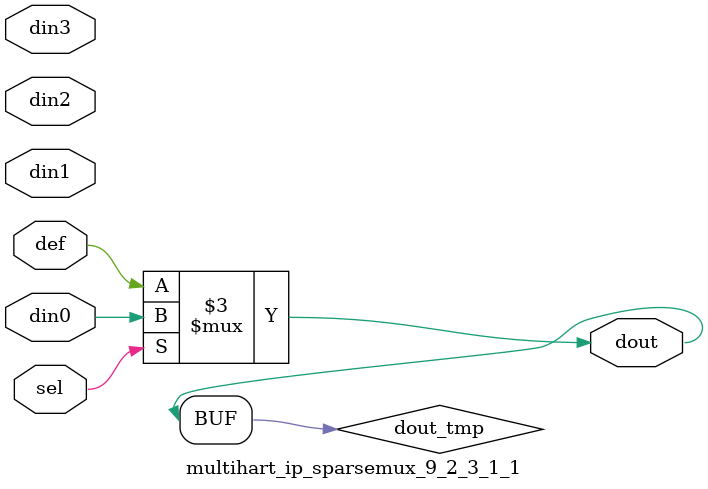
<source format=v>
`timescale 1ns / 1ps

module multihart_ip_sparsemux_9_2_3_1_1 (din0,din1,din2,din3,def,sel,dout);

parameter din0_WIDTH = 1;

parameter din1_WIDTH = 1;

parameter din2_WIDTH = 1;

parameter din3_WIDTH = 1;

parameter def_WIDTH = 1;
parameter sel_WIDTH = 1;
parameter dout_WIDTH = 1;

parameter [sel_WIDTH-1:0] CASE0 = 1;

parameter [sel_WIDTH-1:0] CASE1 = 1;

parameter [sel_WIDTH-1:0] CASE2 = 1;

parameter [sel_WIDTH-1:0] CASE3 = 1;

parameter ID = 1;
parameter NUM_STAGE = 1;



input [din0_WIDTH-1:0] din0;

input [din1_WIDTH-1:0] din1;

input [din2_WIDTH-1:0] din2;

input [din3_WIDTH-1:0] din3;

input [def_WIDTH-1:0] def;
input [sel_WIDTH-1:0] sel;

output [dout_WIDTH-1:0] dout;



reg [dout_WIDTH-1:0] dout_tmp;


always @ (*) begin
(* parallel_case *) case (sel)
    
    CASE0 : dout_tmp = din0;
    
    CASE1 : dout_tmp = din1;
    
    CASE2 : dout_tmp = din2;
    
    CASE3 : dout_tmp = din3;
    
    default : dout_tmp = def;
endcase
end


assign dout = dout_tmp;



endmodule

</source>
